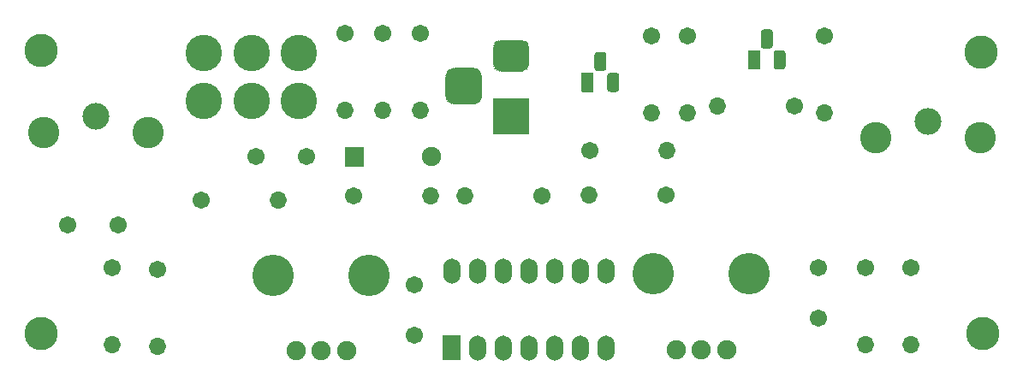
<source format=gbr>
G04 #@! TF.GenerationSoftware,KiCad,Pcbnew,5.1.10*
G04 #@! TF.CreationDate,2021-10-22T12:56:56+13:00*
G04 #@! TF.ProjectId,two_comparator_effect,74776f5f-636f-46d7-9061-7261746f725f,rev?*
G04 #@! TF.SameCoordinates,Original*
G04 #@! TF.FileFunction,Soldermask,Bot*
G04 #@! TF.FilePolarity,Negative*
%FSLAX46Y46*%
G04 Gerber Fmt 4.6, Leading zero omitted, Abs format (unit mm)*
G04 Created by KiCad (PCBNEW 5.1.10) date 2021-10-22 12:56:56*
%MOMM*%
%LPD*%
G01*
G04 APERTURE LIST*
%ADD10O,1.702000X1.702000*%
%ADD11C,1.702000*%
%ADD12C,1.902000*%
%ADD13C,4.102000*%
%ADD14C,3.302000*%
%ADD15O,1.902000X1.902000*%
%ADD16O,1.702000X2.502000*%
%ADD17C,3.102000*%
%ADD18C,2.652000*%
%ADD19C,3.602000*%
%ADD20C,0.100000*%
G04 APERTURE END LIST*
D10*
X147680000Y-62800000D03*
D11*
X155300000Y-62800000D03*
D12*
X156300000Y-78100000D03*
X158800000Y-78100000D03*
X161300000Y-78100000D03*
D13*
X154050000Y-70600000D03*
X163550000Y-70600000D03*
G36*
G01*
X146949000Y-52525000D02*
X146949000Y-50725000D01*
G75*
G02*
X147000000Y-50674000I51000J0D01*
G01*
X148100000Y-50674000D01*
G75*
G02*
X148151000Y-50725000I0J-51000D01*
G01*
X148151000Y-52525000D01*
G75*
G02*
X148100000Y-52576000I-51000J0D01*
G01*
X147000000Y-52576000D01*
G75*
G02*
X146949000Y-52525000I0J51000D01*
G01*
G37*
G36*
G01*
X149489000Y-52275500D02*
X149489000Y-50974500D01*
G75*
G02*
X149789500Y-50674000I300500J0D01*
G01*
X150390500Y-50674000D01*
G75*
G02*
X150691000Y-50974500I0J-300500D01*
G01*
X150691000Y-52275500D01*
G75*
G02*
X150390500Y-52576000I-300500J0D01*
G01*
X149789500Y-52576000D01*
G75*
G02*
X149489000Y-52275500I0J300500D01*
G01*
G37*
G36*
G01*
X148219000Y-50205500D02*
X148219000Y-48904500D01*
G75*
G02*
X148519500Y-48604000I300500J0D01*
G01*
X149120500Y-48604000D01*
G75*
G02*
X149421000Y-48904500I0J-300500D01*
G01*
X149421000Y-50205500D01*
G75*
G02*
X149120500Y-50506000I-300500J0D01*
G01*
X148519500Y-50506000D01*
G75*
G02*
X148219000Y-50205500I0J300500D01*
G01*
G37*
G36*
G01*
X163399000Y-50300000D02*
X163399000Y-48500000D01*
G75*
G02*
X163450000Y-48449000I51000J0D01*
G01*
X164550000Y-48449000D01*
G75*
G02*
X164601000Y-48500000I0J-51000D01*
G01*
X164601000Y-50300000D01*
G75*
G02*
X164550000Y-50351000I-51000J0D01*
G01*
X163450000Y-50351000D01*
G75*
G02*
X163399000Y-50300000I0J51000D01*
G01*
G37*
G36*
G01*
X165939000Y-50050500D02*
X165939000Y-48749500D01*
G75*
G02*
X166239500Y-48449000I300500J0D01*
G01*
X166840500Y-48449000D01*
G75*
G02*
X167141000Y-48749500I0J-300500D01*
G01*
X167141000Y-50050500D01*
G75*
G02*
X166840500Y-50351000I-300500J0D01*
G01*
X166239500Y-50351000D01*
G75*
G02*
X165939000Y-50050500I0J300500D01*
G01*
G37*
G36*
G01*
X164669000Y-47980500D02*
X164669000Y-46679500D01*
G75*
G02*
X164969500Y-46379000I300500J0D01*
G01*
X165570500Y-46379000D01*
G75*
G02*
X165871000Y-46679500I0J-300500D01*
G01*
X165871000Y-47980500D01*
G75*
G02*
X165570500Y-48281000I-300500J0D01*
G01*
X164969500Y-48281000D01*
G75*
G02*
X164669000Y-47980500I0J300500D01*
G01*
G37*
D14*
X186600000Y-76500000D03*
X93500000Y-76500000D03*
X186500000Y-48600000D03*
X93500000Y-48500000D03*
D11*
X96100000Y-65700000D03*
X101100000Y-65700000D03*
X170400000Y-75000000D03*
X170400000Y-70000000D03*
X119750000Y-59000000D03*
X114750000Y-59000000D03*
G36*
G01*
X123549000Y-59900000D02*
X123549000Y-58100000D01*
G75*
G02*
X123600000Y-58049000I51000J0D01*
G01*
X125400000Y-58049000D01*
G75*
G02*
X125451000Y-58100000I0J-51000D01*
G01*
X125451000Y-59900000D01*
G75*
G02*
X125400000Y-59951000I-51000J0D01*
G01*
X123600000Y-59951000D01*
G75*
G02*
X123549000Y-59900000I0J51000D01*
G01*
G37*
D15*
X132120000Y-59000000D03*
G36*
G01*
X138250000Y-53199000D02*
X141750000Y-53199000D01*
G75*
G02*
X141801000Y-53250000I0J-51000D01*
G01*
X141801000Y-56750000D01*
G75*
G02*
X141750000Y-56801000I-51000J0D01*
G01*
X138250000Y-56801000D01*
G75*
G02*
X138199000Y-56750000I0J51000D01*
G01*
X138199000Y-53250000D01*
G75*
G02*
X138250000Y-53199000I51000J0D01*
G01*
G37*
G36*
G01*
X138974500Y-47449000D02*
X141025500Y-47449000D01*
G75*
G02*
X141801000Y-48224500I0J-775500D01*
G01*
X141801000Y-49775500D01*
G75*
G02*
X141025500Y-50551000I-775500J0D01*
G01*
X138974500Y-50551000D01*
G75*
G02*
X138199000Y-49775500I0J775500D01*
G01*
X138199000Y-48224500D01*
G75*
G02*
X138974500Y-47449000I775500J0D01*
G01*
G37*
G36*
G01*
X134399500Y-50199000D02*
X136200500Y-50199000D01*
G75*
G02*
X137101000Y-51099500I0J-900500D01*
G01*
X137101000Y-52900500D01*
G75*
G02*
X136200500Y-53801000I-900500J0D01*
G01*
X134399500Y-53801000D01*
G75*
G02*
X133499000Y-52900500I0J900500D01*
G01*
X133499000Y-51099500D01*
G75*
G02*
X134399500Y-50199000I900500J0D01*
G01*
G37*
D11*
X105000000Y-70100000D03*
D10*
X105000000Y-77720000D03*
X153900000Y-54670000D03*
D11*
X153900000Y-47050000D03*
X147800000Y-58400000D03*
D10*
X155420000Y-58400000D03*
X100500000Y-77620000D03*
D11*
X100500000Y-70000000D03*
D10*
X179500000Y-77620000D03*
D11*
X179500000Y-70000000D03*
X175000000Y-70000000D03*
D10*
X175000000Y-77620000D03*
D11*
X123575000Y-46775000D03*
D10*
X123575000Y-54395000D03*
X127325000Y-54370000D03*
D11*
X127325000Y-46750000D03*
D10*
X171000000Y-54620000D03*
D11*
X171000000Y-47000000D03*
X168000000Y-54000000D03*
D10*
X160380000Y-54000000D03*
D11*
X143000000Y-62900000D03*
D10*
X135380000Y-62900000D03*
D11*
X124400000Y-62900000D03*
D10*
X132020000Y-62900000D03*
X157450000Y-54670000D03*
D11*
X157450000Y-47050000D03*
D10*
X116920000Y-63300000D03*
D11*
X109300000Y-63300000D03*
X131025000Y-46750000D03*
D10*
X131025000Y-54370000D03*
D13*
X125950000Y-70700000D03*
X116450000Y-70700000D03*
D12*
X123700000Y-78200000D03*
X121200000Y-78200000D03*
X118700000Y-78200000D03*
D11*
X130400000Y-71700000D03*
X130400000Y-76700000D03*
G36*
G01*
X134900000Y-79151000D02*
X133300000Y-79151000D01*
G75*
G02*
X133249000Y-79100000I0J51000D01*
G01*
X133249000Y-76700000D01*
G75*
G02*
X133300000Y-76649000I51000J0D01*
G01*
X134900000Y-76649000D01*
G75*
G02*
X134951000Y-76700000I0J-51000D01*
G01*
X134951000Y-79100000D01*
G75*
G02*
X134900000Y-79151000I-51000J0D01*
G01*
G37*
D16*
X149340000Y-70280000D03*
X136640000Y-77900000D03*
X146800000Y-70280000D03*
X139180000Y-77900000D03*
X144260000Y-70280000D03*
X141720000Y-77900000D03*
X141720000Y-70280000D03*
X144260000Y-77900000D03*
X139180000Y-70280000D03*
X146800000Y-77900000D03*
X136640000Y-70280000D03*
X149340000Y-77900000D03*
X134100000Y-70280000D03*
D17*
X93750000Y-56600000D03*
X104050000Y-56600000D03*
D18*
X98900000Y-55000000D03*
X181200000Y-55500000D03*
D17*
X186350000Y-57100000D03*
X176050000Y-57100000D03*
D19*
X109625000Y-48750000D03*
X114325000Y-48750000D03*
X119025000Y-48750000D03*
X109625000Y-53450000D03*
X119025000Y-53450000D03*
X114325000Y-53450000D03*
D20*
G36*
X133500990Y-52900304D02*
G01*
X133518273Y-53075784D01*
X133569403Y-53244337D01*
X133652433Y-53399675D01*
X133764171Y-53535829D01*
X133900325Y-53647567D01*
X134055663Y-53730597D01*
X134224216Y-53781727D01*
X134399696Y-53799010D01*
X134401322Y-53800175D01*
X134401126Y-53802165D01*
X134399500Y-53803000D01*
X134343140Y-53803000D01*
X134342944Y-53802990D01*
X134173438Y-53786295D01*
X134173053Y-53786219D01*
X134015959Y-53738565D01*
X134015597Y-53738415D01*
X133870826Y-53661033D01*
X133870500Y-53660815D01*
X133743603Y-53556674D01*
X133743326Y-53556397D01*
X133639185Y-53429500D01*
X133638967Y-53429174D01*
X133561585Y-53284403D01*
X133561435Y-53284041D01*
X133513781Y-53126947D01*
X133513705Y-53126562D01*
X133497010Y-52957056D01*
X133497000Y-52956860D01*
X133497000Y-52900500D01*
X133498000Y-52898768D01*
X133500000Y-52898768D01*
X133500990Y-52900304D01*
G37*
G36*
X137102165Y-52898874D02*
G01*
X137103000Y-52900500D01*
X137103000Y-52956860D01*
X137102990Y-52957056D01*
X137086295Y-53126562D01*
X137086219Y-53126947D01*
X137038565Y-53284041D01*
X137038415Y-53284403D01*
X136961033Y-53429174D01*
X136960815Y-53429500D01*
X136856674Y-53556397D01*
X136856397Y-53556674D01*
X136729500Y-53660815D01*
X136729174Y-53661033D01*
X136584403Y-53738415D01*
X136584041Y-53738565D01*
X136426947Y-53786219D01*
X136426562Y-53786295D01*
X136257056Y-53802990D01*
X136256860Y-53803000D01*
X136200500Y-53803000D01*
X136198768Y-53802000D01*
X136198768Y-53800000D01*
X136200304Y-53799010D01*
X136375784Y-53781727D01*
X136544337Y-53730597D01*
X136699675Y-53647567D01*
X136835829Y-53535829D01*
X136947567Y-53399675D01*
X137030597Y-53244337D01*
X137081727Y-53075784D01*
X137099010Y-52900304D01*
X137100175Y-52898678D01*
X137102165Y-52898874D01*
G37*
G36*
X134401232Y-50198000D02*
G01*
X134401232Y-50200000D01*
X134399696Y-50200990D01*
X134224216Y-50218273D01*
X134055663Y-50269403D01*
X133900325Y-50352433D01*
X133764171Y-50464171D01*
X133652433Y-50600325D01*
X133569403Y-50755663D01*
X133518273Y-50924216D01*
X133500990Y-51099696D01*
X133499825Y-51101322D01*
X133497835Y-51101126D01*
X133497000Y-51099500D01*
X133497000Y-51043140D01*
X133497010Y-51042944D01*
X133513705Y-50873438D01*
X133513781Y-50873053D01*
X133561435Y-50715959D01*
X133561585Y-50715597D01*
X133638967Y-50570826D01*
X133639185Y-50570500D01*
X133743326Y-50443603D01*
X133743603Y-50443326D01*
X133870500Y-50339185D01*
X133870826Y-50338967D01*
X134015597Y-50261585D01*
X134015959Y-50261435D01*
X134173053Y-50213781D01*
X134173438Y-50213705D01*
X134342944Y-50197010D01*
X134343140Y-50197000D01*
X134399500Y-50197000D01*
X134401232Y-50198000D01*
G37*
G36*
X136257056Y-50197010D02*
G01*
X136426562Y-50213705D01*
X136426947Y-50213781D01*
X136584041Y-50261435D01*
X136584403Y-50261585D01*
X136729174Y-50338967D01*
X136729500Y-50339185D01*
X136856397Y-50443326D01*
X136856674Y-50443603D01*
X136960815Y-50570500D01*
X136961033Y-50570826D01*
X137038415Y-50715597D01*
X137038565Y-50715959D01*
X137086219Y-50873053D01*
X137086295Y-50873438D01*
X137102990Y-51042944D01*
X137103000Y-51043140D01*
X137103000Y-51099500D01*
X137102000Y-51101232D01*
X137100000Y-51101232D01*
X137099010Y-51099696D01*
X137081727Y-50924216D01*
X137030597Y-50755663D01*
X136947567Y-50600325D01*
X136835829Y-50464171D01*
X136699675Y-50352433D01*
X136544337Y-50269403D01*
X136375784Y-50218273D01*
X136200304Y-50200990D01*
X136198678Y-50199825D01*
X136198874Y-50197835D01*
X136200500Y-50197000D01*
X136256860Y-50197000D01*
X136257056Y-50197010D01*
G37*
G36*
X141802165Y-49773874D02*
G01*
X141803000Y-49775500D01*
X141803000Y-49831860D01*
X141802990Y-49832056D01*
X141788697Y-49977175D01*
X141788621Y-49977560D01*
X141748080Y-50111206D01*
X141747930Y-50111568D01*
X141682100Y-50234727D01*
X141681882Y-50235053D01*
X141593286Y-50343009D01*
X141593009Y-50343286D01*
X141485053Y-50431882D01*
X141484727Y-50432100D01*
X141361568Y-50497930D01*
X141361206Y-50498080D01*
X141227560Y-50538621D01*
X141227175Y-50538697D01*
X141082056Y-50552990D01*
X141081860Y-50553000D01*
X141025500Y-50553000D01*
X141023768Y-50552000D01*
X141023768Y-50550000D01*
X141025304Y-50549010D01*
X141176398Y-50534129D01*
X141321502Y-50490112D01*
X141455229Y-50418634D01*
X141572440Y-50322440D01*
X141668634Y-50205229D01*
X141740112Y-50071502D01*
X141784129Y-49926398D01*
X141799010Y-49775304D01*
X141800175Y-49773678D01*
X141802165Y-49773874D01*
G37*
G36*
X138200990Y-49775304D02*
G01*
X138215871Y-49926398D01*
X138259888Y-50071502D01*
X138331366Y-50205229D01*
X138427560Y-50322440D01*
X138544771Y-50418634D01*
X138678498Y-50490112D01*
X138823602Y-50534129D01*
X138974696Y-50549010D01*
X138976322Y-50550175D01*
X138976126Y-50552165D01*
X138974500Y-50553000D01*
X138918140Y-50553000D01*
X138917944Y-50552990D01*
X138772825Y-50538697D01*
X138772440Y-50538621D01*
X138638794Y-50498080D01*
X138638432Y-50497930D01*
X138515273Y-50432100D01*
X138514947Y-50431882D01*
X138406991Y-50343286D01*
X138406714Y-50343009D01*
X138318118Y-50235053D01*
X138317900Y-50234727D01*
X138252070Y-50111568D01*
X138251920Y-50111206D01*
X138211379Y-49977560D01*
X138211303Y-49977175D01*
X138197010Y-49832056D01*
X138197000Y-49831860D01*
X138197000Y-49775500D01*
X138198000Y-49773768D01*
X138200000Y-49773768D01*
X138200990Y-49775304D01*
G37*
G36*
X138976232Y-47448000D02*
G01*
X138976232Y-47450000D01*
X138974696Y-47450990D01*
X138823602Y-47465871D01*
X138678498Y-47509888D01*
X138544771Y-47581366D01*
X138427560Y-47677560D01*
X138331366Y-47794771D01*
X138259888Y-47928498D01*
X138215871Y-48073602D01*
X138200990Y-48224696D01*
X138199825Y-48226322D01*
X138197835Y-48226126D01*
X138197000Y-48224500D01*
X138197000Y-48168140D01*
X138197010Y-48167944D01*
X138211303Y-48022825D01*
X138211379Y-48022440D01*
X138251920Y-47888794D01*
X138252070Y-47888432D01*
X138317900Y-47765273D01*
X138318118Y-47764947D01*
X138406714Y-47656991D01*
X138406991Y-47656714D01*
X138514947Y-47568118D01*
X138515273Y-47567900D01*
X138638432Y-47502070D01*
X138638794Y-47501920D01*
X138772440Y-47461379D01*
X138772825Y-47461303D01*
X138917944Y-47447010D01*
X138918140Y-47447000D01*
X138974500Y-47447000D01*
X138976232Y-47448000D01*
G37*
G36*
X141082056Y-47447010D02*
G01*
X141227175Y-47461303D01*
X141227560Y-47461379D01*
X141361206Y-47501920D01*
X141361568Y-47502070D01*
X141484727Y-47567900D01*
X141485053Y-47568118D01*
X141593009Y-47656714D01*
X141593286Y-47656991D01*
X141681882Y-47764947D01*
X141682100Y-47765273D01*
X141747930Y-47888432D01*
X141748080Y-47888794D01*
X141788621Y-48022440D01*
X141788697Y-48022825D01*
X141802990Y-48167944D01*
X141803000Y-48168140D01*
X141803000Y-48224500D01*
X141802000Y-48226232D01*
X141800000Y-48226232D01*
X141799010Y-48224696D01*
X141784129Y-48073602D01*
X141740112Y-47928498D01*
X141668634Y-47794771D01*
X141572440Y-47677560D01*
X141455229Y-47581366D01*
X141321502Y-47509888D01*
X141176398Y-47465871D01*
X141025304Y-47450990D01*
X141023678Y-47449825D01*
X141023874Y-47447835D01*
X141025500Y-47447000D01*
X141081860Y-47447000D01*
X141082056Y-47447010D01*
G37*
M02*

</source>
